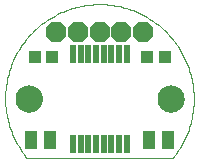
<source format=gts>
G75*
%MOIN*%
%OFA0B0*%
%FSLAX25Y25*%
%IPPOS*%
%LPD*%
%AMOC8*
5,1,8,0,0,1.08239X$1,22.5*
%
%ADD10C,0.00000*%
%ADD11C,0.00300*%
%ADD12C,0.09061*%
%ADD13OC8,0.06700*%
%ADD14R,0.04000X0.06100*%
%ADD15R,0.02211X0.06030*%
%ADD16R,0.04337X0.04337*%
D10*
X0008237Y0001406D02*
X0057056Y0001406D01*
X0051937Y0021091D02*
X0051939Y0021222D01*
X0051945Y0021354D01*
X0051955Y0021485D01*
X0051969Y0021616D01*
X0051987Y0021746D01*
X0052009Y0021875D01*
X0052034Y0022004D01*
X0052064Y0022132D01*
X0052098Y0022259D01*
X0052135Y0022386D01*
X0052176Y0022510D01*
X0052221Y0022634D01*
X0052270Y0022756D01*
X0052322Y0022877D01*
X0052378Y0022995D01*
X0052438Y0023113D01*
X0052501Y0023228D01*
X0052568Y0023341D01*
X0052638Y0023453D01*
X0052711Y0023562D01*
X0052787Y0023668D01*
X0052867Y0023773D01*
X0052950Y0023875D01*
X0053036Y0023974D01*
X0053125Y0024071D01*
X0053217Y0024165D01*
X0053312Y0024256D01*
X0053409Y0024345D01*
X0053509Y0024430D01*
X0053612Y0024512D01*
X0053717Y0024591D01*
X0053824Y0024667D01*
X0053934Y0024739D01*
X0054046Y0024808D01*
X0054160Y0024874D01*
X0054275Y0024936D01*
X0054393Y0024995D01*
X0054512Y0025050D01*
X0054633Y0025102D01*
X0054756Y0025149D01*
X0054880Y0025193D01*
X0055005Y0025234D01*
X0055131Y0025270D01*
X0055259Y0025303D01*
X0055387Y0025331D01*
X0055516Y0025356D01*
X0055646Y0025377D01*
X0055776Y0025394D01*
X0055907Y0025407D01*
X0056038Y0025416D01*
X0056169Y0025421D01*
X0056301Y0025422D01*
X0056432Y0025419D01*
X0056564Y0025412D01*
X0056695Y0025401D01*
X0056825Y0025386D01*
X0056955Y0025367D01*
X0057085Y0025344D01*
X0057213Y0025318D01*
X0057341Y0025287D01*
X0057468Y0025252D01*
X0057594Y0025214D01*
X0057718Y0025172D01*
X0057842Y0025126D01*
X0057963Y0025076D01*
X0058083Y0025023D01*
X0058202Y0024966D01*
X0058319Y0024906D01*
X0058433Y0024842D01*
X0058546Y0024774D01*
X0058657Y0024703D01*
X0058766Y0024629D01*
X0058872Y0024552D01*
X0058976Y0024471D01*
X0059077Y0024388D01*
X0059176Y0024301D01*
X0059272Y0024211D01*
X0059365Y0024118D01*
X0059456Y0024023D01*
X0059543Y0023925D01*
X0059628Y0023824D01*
X0059709Y0023721D01*
X0059787Y0023615D01*
X0059862Y0023507D01*
X0059934Y0023397D01*
X0060002Y0023285D01*
X0060067Y0023171D01*
X0060128Y0023054D01*
X0060186Y0022936D01*
X0060240Y0022816D01*
X0060291Y0022695D01*
X0060338Y0022572D01*
X0060381Y0022448D01*
X0060420Y0022323D01*
X0060456Y0022196D01*
X0060487Y0022068D01*
X0060515Y0021940D01*
X0060539Y0021811D01*
X0060559Y0021681D01*
X0060575Y0021550D01*
X0060587Y0021419D01*
X0060595Y0021288D01*
X0060599Y0021157D01*
X0060599Y0021025D01*
X0060595Y0020894D01*
X0060587Y0020763D01*
X0060575Y0020632D01*
X0060559Y0020501D01*
X0060539Y0020371D01*
X0060515Y0020242D01*
X0060487Y0020114D01*
X0060456Y0019986D01*
X0060420Y0019859D01*
X0060381Y0019734D01*
X0060338Y0019610D01*
X0060291Y0019487D01*
X0060240Y0019366D01*
X0060186Y0019246D01*
X0060128Y0019128D01*
X0060067Y0019011D01*
X0060002Y0018897D01*
X0059934Y0018785D01*
X0059862Y0018675D01*
X0059787Y0018567D01*
X0059709Y0018461D01*
X0059628Y0018358D01*
X0059543Y0018257D01*
X0059456Y0018159D01*
X0059365Y0018064D01*
X0059272Y0017971D01*
X0059176Y0017881D01*
X0059077Y0017794D01*
X0058976Y0017711D01*
X0058872Y0017630D01*
X0058766Y0017553D01*
X0058657Y0017479D01*
X0058546Y0017408D01*
X0058434Y0017340D01*
X0058319Y0017276D01*
X0058202Y0017216D01*
X0058083Y0017159D01*
X0057963Y0017106D01*
X0057842Y0017056D01*
X0057718Y0017010D01*
X0057594Y0016968D01*
X0057468Y0016930D01*
X0057341Y0016895D01*
X0057213Y0016864D01*
X0057085Y0016838D01*
X0056955Y0016815D01*
X0056825Y0016796D01*
X0056695Y0016781D01*
X0056564Y0016770D01*
X0056432Y0016763D01*
X0056301Y0016760D01*
X0056169Y0016761D01*
X0056038Y0016766D01*
X0055907Y0016775D01*
X0055776Y0016788D01*
X0055646Y0016805D01*
X0055516Y0016826D01*
X0055387Y0016851D01*
X0055259Y0016879D01*
X0055131Y0016912D01*
X0055005Y0016948D01*
X0054880Y0016989D01*
X0054756Y0017033D01*
X0054633Y0017080D01*
X0054512Y0017132D01*
X0054393Y0017187D01*
X0054275Y0017246D01*
X0054160Y0017308D01*
X0054046Y0017374D01*
X0053934Y0017443D01*
X0053824Y0017515D01*
X0053717Y0017591D01*
X0053612Y0017670D01*
X0053509Y0017752D01*
X0053409Y0017837D01*
X0053312Y0017926D01*
X0053217Y0018017D01*
X0053125Y0018111D01*
X0053036Y0018208D01*
X0052950Y0018307D01*
X0052867Y0018409D01*
X0052787Y0018514D01*
X0052711Y0018620D01*
X0052638Y0018729D01*
X0052568Y0018841D01*
X0052501Y0018954D01*
X0052438Y0019069D01*
X0052378Y0019187D01*
X0052322Y0019305D01*
X0052270Y0019426D01*
X0052221Y0019548D01*
X0052176Y0019672D01*
X0052135Y0019796D01*
X0052098Y0019923D01*
X0052064Y0020050D01*
X0052034Y0020178D01*
X0052009Y0020307D01*
X0051987Y0020436D01*
X0051969Y0020566D01*
X0051955Y0020697D01*
X0051945Y0020828D01*
X0051939Y0020960D01*
X0051937Y0021091D01*
X0004693Y0021091D02*
X0004695Y0021222D01*
X0004701Y0021354D01*
X0004711Y0021485D01*
X0004725Y0021616D01*
X0004743Y0021746D01*
X0004765Y0021875D01*
X0004790Y0022004D01*
X0004820Y0022132D01*
X0004854Y0022259D01*
X0004891Y0022386D01*
X0004932Y0022510D01*
X0004977Y0022634D01*
X0005026Y0022756D01*
X0005078Y0022877D01*
X0005134Y0022995D01*
X0005194Y0023113D01*
X0005257Y0023228D01*
X0005324Y0023341D01*
X0005394Y0023453D01*
X0005467Y0023562D01*
X0005543Y0023668D01*
X0005623Y0023773D01*
X0005706Y0023875D01*
X0005792Y0023974D01*
X0005881Y0024071D01*
X0005973Y0024165D01*
X0006068Y0024256D01*
X0006165Y0024345D01*
X0006265Y0024430D01*
X0006368Y0024512D01*
X0006473Y0024591D01*
X0006580Y0024667D01*
X0006690Y0024739D01*
X0006802Y0024808D01*
X0006916Y0024874D01*
X0007031Y0024936D01*
X0007149Y0024995D01*
X0007268Y0025050D01*
X0007389Y0025102D01*
X0007512Y0025149D01*
X0007636Y0025193D01*
X0007761Y0025234D01*
X0007887Y0025270D01*
X0008015Y0025303D01*
X0008143Y0025331D01*
X0008272Y0025356D01*
X0008402Y0025377D01*
X0008532Y0025394D01*
X0008663Y0025407D01*
X0008794Y0025416D01*
X0008925Y0025421D01*
X0009057Y0025422D01*
X0009188Y0025419D01*
X0009320Y0025412D01*
X0009451Y0025401D01*
X0009581Y0025386D01*
X0009711Y0025367D01*
X0009841Y0025344D01*
X0009969Y0025318D01*
X0010097Y0025287D01*
X0010224Y0025252D01*
X0010350Y0025214D01*
X0010474Y0025172D01*
X0010598Y0025126D01*
X0010719Y0025076D01*
X0010839Y0025023D01*
X0010958Y0024966D01*
X0011075Y0024906D01*
X0011189Y0024842D01*
X0011302Y0024774D01*
X0011413Y0024703D01*
X0011522Y0024629D01*
X0011628Y0024552D01*
X0011732Y0024471D01*
X0011833Y0024388D01*
X0011932Y0024301D01*
X0012028Y0024211D01*
X0012121Y0024118D01*
X0012212Y0024023D01*
X0012299Y0023925D01*
X0012384Y0023824D01*
X0012465Y0023721D01*
X0012543Y0023615D01*
X0012618Y0023507D01*
X0012690Y0023397D01*
X0012758Y0023285D01*
X0012823Y0023171D01*
X0012884Y0023054D01*
X0012942Y0022936D01*
X0012996Y0022816D01*
X0013047Y0022695D01*
X0013094Y0022572D01*
X0013137Y0022448D01*
X0013176Y0022323D01*
X0013212Y0022196D01*
X0013243Y0022068D01*
X0013271Y0021940D01*
X0013295Y0021811D01*
X0013315Y0021681D01*
X0013331Y0021550D01*
X0013343Y0021419D01*
X0013351Y0021288D01*
X0013355Y0021157D01*
X0013355Y0021025D01*
X0013351Y0020894D01*
X0013343Y0020763D01*
X0013331Y0020632D01*
X0013315Y0020501D01*
X0013295Y0020371D01*
X0013271Y0020242D01*
X0013243Y0020114D01*
X0013212Y0019986D01*
X0013176Y0019859D01*
X0013137Y0019734D01*
X0013094Y0019610D01*
X0013047Y0019487D01*
X0012996Y0019366D01*
X0012942Y0019246D01*
X0012884Y0019128D01*
X0012823Y0019011D01*
X0012758Y0018897D01*
X0012690Y0018785D01*
X0012618Y0018675D01*
X0012543Y0018567D01*
X0012465Y0018461D01*
X0012384Y0018358D01*
X0012299Y0018257D01*
X0012212Y0018159D01*
X0012121Y0018064D01*
X0012028Y0017971D01*
X0011932Y0017881D01*
X0011833Y0017794D01*
X0011732Y0017711D01*
X0011628Y0017630D01*
X0011522Y0017553D01*
X0011413Y0017479D01*
X0011302Y0017408D01*
X0011190Y0017340D01*
X0011075Y0017276D01*
X0010958Y0017216D01*
X0010839Y0017159D01*
X0010719Y0017106D01*
X0010598Y0017056D01*
X0010474Y0017010D01*
X0010350Y0016968D01*
X0010224Y0016930D01*
X0010097Y0016895D01*
X0009969Y0016864D01*
X0009841Y0016838D01*
X0009711Y0016815D01*
X0009581Y0016796D01*
X0009451Y0016781D01*
X0009320Y0016770D01*
X0009188Y0016763D01*
X0009057Y0016760D01*
X0008925Y0016761D01*
X0008794Y0016766D01*
X0008663Y0016775D01*
X0008532Y0016788D01*
X0008402Y0016805D01*
X0008272Y0016826D01*
X0008143Y0016851D01*
X0008015Y0016879D01*
X0007887Y0016912D01*
X0007761Y0016948D01*
X0007636Y0016989D01*
X0007512Y0017033D01*
X0007389Y0017080D01*
X0007268Y0017132D01*
X0007149Y0017187D01*
X0007031Y0017246D01*
X0006916Y0017308D01*
X0006802Y0017374D01*
X0006690Y0017443D01*
X0006580Y0017515D01*
X0006473Y0017591D01*
X0006368Y0017670D01*
X0006265Y0017752D01*
X0006165Y0017837D01*
X0006068Y0017926D01*
X0005973Y0018017D01*
X0005881Y0018111D01*
X0005792Y0018208D01*
X0005706Y0018307D01*
X0005623Y0018409D01*
X0005543Y0018514D01*
X0005467Y0018620D01*
X0005394Y0018729D01*
X0005324Y0018841D01*
X0005257Y0018954D01*
X0005194Y0019069D01*
X0005134Y0019187D01*
X0005078Y0019305D01*
X0005026Y0019426D01*
X0004977Y0019548D01*
X0004932Y0019672D01*
X0004891Y0019796D01*
X0004854Y0019923D01*
X0004820Y0020050D01*
X0004790Y0020178D01*
X0004765Y0020307D01*
X0004743Y0020436D01*
X0004725Y0020566D01*
X0004711Y0020697D01*
X0004701Y0020828D01*
X0004695Y0020960D01*
X0004693Y0021091D01*
D11*
X0001150Y0021092D02*
X0001159Y0021861D01*
X0001187Y0022630D01*
X0001233Y0023398D01*
X0001298Y0024165D01*
X0001382Y0024930D01*
X0001485Y0025693D01*
X0001606Y0026453D01*
X0001746Y0027210D01*
X0001905Y0027963D01*
X0002082Y0028712D01*
X0002277Y0029456D01*
X0002490Y0030196D01*
X0002722Y0030930D01*
X0002971Y0031658D01*
X0003238Y0032380D01*
X0003522Y0033095D01*
X0003824Y0033802D01*
X0004144Y0034503D01*
X0004480Y0035195D01*
X0004833Y0035879D01*
X0005203Y0036554D01*
X0005589Y0037219D01*
X0005992Y0037875D01*
X0006410Y0038521D01*
X0006844Y0039157D01*
X0007293Y0039781D01*
X0007758Y0040395D01*
X0008238Y0040997D01*
X0008732Y0041587D01*
X0009240Y0042165D01*
X0009762Y0042730D01*
X0010299Y0043282D01*
X0010848Y0043821D01*
X0011410Y0044346D01*
X0011986Y0044857D01*
X0012573Y0045354D01*
X0013173Y0045837D01*
X0013784Y0046305D01*
X0014406Y0046757D01*
X0015040Y0047195D01*
X0015683Y0047616D01*
X0016337Y0048022D01*
X0017001Y0048412D01*
X0017674Y0048785D01*
X0018356Y0049141D01*
X0019047Y0049481D01*
X0019745Y0049804D01*
X0020451Y0050110D01*
X0021165Y0050398D01*
X0021885Y0050668D01*
X0022612Y0050921D01*
X0023345Y0051156D01*
X0024083Y0051374D01*
X0024827Y0051572D01*
X0025575Y0051753D01*
X0026327Y0051915D01*
X0027083Y0052059D01*
X0027843Y0052184D01*
X0028605Y0052291D01*
X0029369Y0052379D01*
X0030136Y0052448D01*
X0030904Y0052498D01*
X0031673Y0052530D01*
X0032442Y0052543D01*
X0033212Y0052537D01*
X0033981Y0052512D01*
X0034749Y0052468D01*
X0035516Y0052405D01*
X0036282Y0052324D01*
X0037045Y0052224D01*
X0037805Y0052105D01*
X0038562Y0051968D01*
X0039316Y0051812D01*
X0040066Y0051638D01*
X0040811Y0051445D01*
X0041551Y0051235D01*
X0042286Y0051006D01*
X0043015Y0050759D01*
X0043737Y0050495D01*
X0044453Y0050213D01*
X0045162Y0049913D01*
X0045864Y0049596D01*
X0046557Y0049262D01*
X0047242Y0048912D01*
X0047918Y0048544D01*
X0048585Y0048160D01*
X0049243Y0047760D01*
X0049890Y0047344D01*
X0050527Y0046912D01*
X0051153Y0046465D01*
X0051769Y0046003D01*
X0052372Y0045525D01*
X0052964Y0045033D01*
X0053544Y0044527D01*
X0054110Y0044006D01*
X0054665Y0043472D01*
X0055205Y0042925D01*
X0055733Y0042364D01*
X0056246Y0041791D01*
X0056745Y0041205D01*
X0057230Y0040607D01*
X0057700Y0039998D01*
X0058154Y0039377D01*
X0058594Y0038745D01*
X0059018Y0038103D01*
X0059426Y0037450D01*
X0059818Y0036788D01*
X0060193Y0036116D01*
X0060552Y0035435D01*
X0060894Y0034746D01*
X0061220Y0034049D01*
X0061528Y0033343D01*
X0061819Y0032631D01*
X0062092Y0031911D01*
X0062347Y0031185D01*
X0062585Y0030453D01*
X0062804Y0029716D01*
X0063006Y0028973D01*
X0063189Y0028226D01*
X0063354Y0027474D01*
X0063501Y0026718D01*
X0063629Y0025959D01*
X0063738Y0025198D01*
X0063828Y0024433D01*
X0063900Y0023667D01*
X0063953Y0022899D01*
X0063988Y0022131D01*
X0064003Y0021361D01*
X0064000Y0020592D01*
X0063977Y0019822D01*
X0063936Y0019054D01*
X0063876Y0018287D01*
X0063798Y0017521D01*
X0063700Y0016758D01*
X0063584Y0015997D01*
X0063450Y0015239D01*
X0063296Y0014485D01*
X0063125Y0013735D01*
X0062935Y0012989D01*
X0062727Y0012248D01*
X0062501Y0011512D01*
X0062257Y0010782D01*
X0061995Y0010059D01*
X0061715Y0009342D01*
X0061418Y0008632D01*
X0061104Y0007929D01*
X0060772Y0007235D01*
X0060424Y0006549D01*
X0060059Y0005871D01*
X0059677Y0005203D01*
X0059279Y0004544D01*
X0058866Y0003895D01*
X0058436Y0003256D01*
X0057991Y0002629D01*
X0057531Y0002012D01*
X0057055Y0001407D01*
X0008236Y0001406D02*
X0007762Y0002002D01*
X0007302Y0002609D01*
X0006856Y0003227D01*
X0006426Y0003856D01*
X0006011Y0004495D01*
X0005612Y0005143D01*
X0005229Y0005802D01*
X0004862Y0006469D01*
X0004511Y0007145D01*
X0004176Y0007829D01*
X0003858Y0008522D01*
X0003557Y0009221D01*
X0003273Y0009928D01*
X0003007Y0010642D01*
X0002757Y0011362D01*
X0002526Y0012087D01*
X0002312Y0012818D01*
X0002115Y0013554D01*
X0001937Y0014295D01*
X0001776Y0015039D01*
X0001634Y0015788D01*
X0001510Y0016539D01*
X0001404Y0017293D01*
X0001316Y0018050D01*
X0001247Y0018809D01*
X0001196Y0019569D01*
X0001164Y0020330D01*
X0001150Y0021091D01*
D12*
X0009024Y0021091D03*
X0056268Y0021091D03*
D13*
X0047056Y0043375D03*
X0039851Y0043335D03*
X0032685Y0043335D03*
X0025363Y0043375D03*
X0018040Y0043335D03*
D14*
X0016200Y0007430D03*
X0009800Y0007430D03*
X0048934Y0007233D03*
X0055334Y0007233D03*
D15*
X0041622Y0006052D03*
X0039063Y0006052D03*
X0036504Y0006052D03*
X0033945Y0006052D03*
X0031386Y0006052D03*
X0028827Y0006052D03*
X0026268Y0006052D03*
X0023709Y0006052D03*
X0023709Y0035934D03*
X0026268Y0035934D03*
X0028827Y0035934D03*
X0031386Y0035934D03*
X0033945Y0035934D03*
X0036504Y0035934D03*
X0039063Y0035934D03*
X0041622Y0035934D03*
D16*
X0048394Y0034871D03*
X0054300Y0034871D03*
X0016898Y0034871D03*
X0010993Y0034871D03*
M02*

</source>
